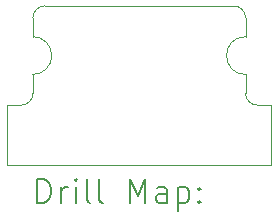
<source format=gbr>
%TF.GenerationSoftware,KiCad,Pcbnew,7.0.8*%
%TF.CreationDate,2025-01-02T16:25:01-08:00*%
%TF.ProjectId,tachometer board,74616368-6f6d-4657-9465-7220626f6172,rev?*%
%TF.SameCoordinates,Original*%
%TF.FileFunction,Drillmap*%
%TF.FilePolarity,Positive*%
%FSLAX45Y45*%
G04 Gerber Fmt 4.5, Leading zero omitted, Abs format (unit mm)*
G04 Created by KiCad (PCBNEW 7.0.8) date 2025-01-02 16:25:01*
%MOMM*%
%LPD*%
G01*
G04 APERTURE LIST*
%ADD10C,0.100000*%
%ADD11C,0.200000*%
G04 APERTURE END LIST*
D10*
X16419289Y-10074289D02*
X14819289Y-10074289D01*
X14501789Y-11424289D02*
X14501789Y-10914289D01*
X16736789Y-10914289D02*
X16619289Y-10914289D01*
X16519289Y-10814289D02*
X16519289Y-10654289D01*
X16519291Y-10814289D02*
G75*
G03*
X16619289Y-10914289I99999J-1D01*
G01*
X16519291Y-10174289D02*
G75*
G03*
X16419289Y-10074289I-100001J-1D01*
G01*
X14819289Y-10074289D02*
G75*
G03*
X14719289Y-10174289I1J-100001D01*
G01*
X14719289Y-10334289D02*
X14719289Y-10174289D01*
X16519289Y-10334289D02*
X16519289Y-10174289D01*
X14501789Y-10914289D02*
X14619289Y-10914289D01*
X14719289Y-10654291D02*
G75*
G03*
X14719289Y-10334289I1J160001D01*
G01*
X14501789Y-11424289D02*
X16736789Y-11424289D01*
X14719289Y-10814289D02*
X14719289Y-10654289D01*
X16519289Y-10334291D02*
G75*
G03*
X16519289Y-10654289I1J-159999D01*
G01*
X14619289Y-10914289D02*
G75*
G03*
X14719289Y-10814289I1J99999D01*
G01*
X16736789Y-11424289D02*
X16736789Y-10914289D01*
D11*
X14757566Y-11740773D02*
X14757566Y-11540773D01*
X14757566Y-11540773D02*
X14805185Y-11540773D01*
X14805185Y-11540773D02*
X14833757Y-11550297D01*
X14833757Y-11550297D02*
X14852804Y-11569344D01*
X14852804Y-11569344D02*
X14862328Y-11588392D01*
X14862328Y-11588392D02*
X14871852Y-11626487D01*
X14871852Y-11626487D02*
X14871852Y-11655059D01*
X14871852Y-11655059D02*
X14862328Y-11693154D01*
X14862328Y-11693154D02*
X14852804Y-11712202D01*
X14852804Y-11712202D02*
X14833757Y-11731249D01*
X14833757Y-11731249D02*
X14805185Y-11740773D01*
X14805185Y-11740773D02*
X14757566Y-11740773D01*
X14957566Y-11740773D02*
X14957566Y-11607440D01*
X14957566Y-11645535D02*
X14967090Y-11626487D01*
X14967090Y-11626487D02*
X14976614Y-11616963D01*
X14976614Y-11616963D02*
X14995661Y-11607440D01*
X14995661Y-11607440D02*
X15014709Y-11607440D01*
X15081376Y-11740773D02*
X15081376Y-11607440D01*
X15081376Y-11540773D02*
X15071852Y-11550297D01*
X15071852Y-11550297D02*
X15081376Y-11559821D01*
X15081376Y-11559821D02*
X15090899Y-11550297D01*
X15090899Y-11550297D02*
X15081376Y-11540773D01*
X15081376Y-11540773D02*
X15081376Y-11559821D01*
X15205185Y-11740773D02*
X15186137Y-11731249D01*
X15186137Y-11731249D02*
X15176614Y-11712202D01*
X15176614Y-11712202D02*
X15176614Y-11540773D01*
X15309947Y-11740773D02*
X15290899Y-11731249D01*
X15290899Y-11731249D02*
X15281376Y-11712202D01*
X15281376Y-11712202D02*
X15281376Y-11540773D01*
X15538518Y-11740773D02*
X15538518Y-11540773D01*
X15538518Y-11540773D02*
X15605185Y-11683630D01*
X15605185Y-11683630D02*
X15671852Y-11540773D01*
X15671852Y-11540773D02*
X15671852Y-11740773D01*
X15852804Y-11740773D02*
X15852804Y-11636011D01*
X15852804Y-11636011D02*
X15843280Y-11616963D01*
X15843280Y-11616963D02*
X15824233Y-11607440D01*
X15824233Y-11607440D02*
X15786137Y-11607440D01*
X15786137Y-11607440D02*
X15767090Y-11616963D01*
X15852804Y-11731249D02*
X15833757Y-11740773D01*
X15833757Y-11740773D02*
X15786137Y-11740773D01*
X15786137Y-11740773D02*
X15767090Y-11731249D01*
X15767090Y-11731249D02*
X15757566Y-11712202D01*
X15757566Y-11712202D02*
X15757566Y-11693154D01*
X15757566Y-11693154D02*
X15767090Y-11674106D01*
X15767090Y-11674106D02*
X15786137Y-11664583D01*
X15786137Y-11664583D02*
X15833757Y-11664583D01*
X15833757Y-11664583D02*
X15852804Y-11655059D01*
X15948042Y-11607440D02*
X15948042Y-11807440D01*
X15948042Y-11616963D02*
X15967090Y-11607440D01*
X15967090Y-11607440D02*
X16005185Y-11607440D01*
X16005185Y-11607440D02*
X16024233Y-11616963D01*
X16024233Y-11616963D02*
X16033757Y-11626487D01*
X16033757Y-11626487D02*
X16043280Y-11645535D01*
X16043280Y-11645535D02*
X16043280Y-11702678D01*
X16043280Y-11702678D02*
X16033757Y-11721725D01*
X16033757Y-11721725D02*
X16024233Y-11731249D01*
X16024233Y-11731249D02*
X16005185Y-11740773D01*
X16005185Y-11740773D02*
X15967090Y-11740773D01*
X15967090Y-11740773D02*
X15948042Y-11731249D01*
X16128995Y-11721725D02*
X16138518Y-11731249D01*
X16138518Y-11731249D02*
X16128995Y-11740773D01*
X16128995Y-11740773D02*
X16119471Y-11731249D01*
X16119471Y-11731249D02*
X16128995Y-11721725D01*
X16128995Y-11721725D02*
X16128995Y-11740773D01*
X16128995Y-11616963D02*
X16138518Y-11626487D01*
X16138518Y-11626487D02*
X16128995Y-11636011D01*
X16128995Y-11636011D02*
X16119471Y-11626487D01*
X16119471Y-11626487D02*
X16128995Y-11616963D01*
X16128995Y-11616963D02*
X16128995Y-11636011D01*
M02*

</source>
